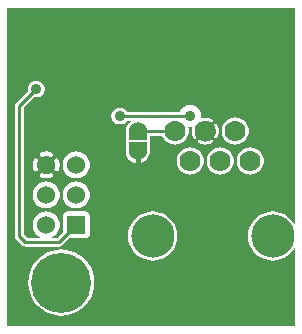
<source format=gbr>
G04 start of page 3 for group 1 idx 1 *
G04 Title: (unknown), bottom *
G04 Creator: pcb 20140316 *
G04 CreationDate: Sat 04 Mar 2017 04:47:27 AM GMT UTC *
G04 For: petersen *
G04 Format: Gerber/RS-274X *
G04 PCB-Dimensions (mil): 1000.00 1100.00 *
G04 PCB-Coordinate-Origin: lower left *
%MOIN*%
%FSLAX25Y25*%
%LNBOTTOM*%
%ADD40C,0.1280*%
%ADD39C,0.0380*%
%ADD38C,0.0300*%
%ADD37C,0.1083*%
%ADD36C,0.0200*%
%ADD35C,0.2000*%
%ADD34C,0.0360*%
%ADD33R,0.0300X0.0300*%
%ADD32C,0.1440*%
%ADD31C,0.0600*%
%ADD30C,0.0700*%
%ADD29C,0.0150*%
%ADD28C,0.0100*%
%ADD27C,0.0001*%
G54D27*G36*
X82993Y28696D02*X83171Y28266D01*
X83846Y27165D01*
X84684Y26184D01*
X85665Y25346D01*
X86766Y24671D01*
X87958Y24177D01*
X89213Y23876D01*
X90500Y23775D01*
X91787Y23876D01*
X93042Y24177D01*
X94234Y24671D01*
X95335Y25346D01*
X96316Y26184D01*
X97154Y27165D01*
X97829Y28266D01*
X98000Y28679D01*
Y2000D01*
X82993D01*
Y28696D01*
G37*
G36*
Y108000D02*X98000D01*
Y35321D01*
X97829Y35734D01*
X97154Y36835D01*
X96316Y37816D01*
X95335Y38654D01*
X94234Y39329D01*
X93042Y39823D01*
X91787Y40124D01*
X90500Y40225D01*
X89213Y40124D01*
X87958Y39823D01*
X86766Y39329D01*
X85665Y38654D01*
X84684Y37816D01*
X83846Y36835D01*
X83171Y35734D01*
X82993Y35304D01*
Y52487D01*
X83000Y52486D01*
X83706Y52542D01*
X84395Y52707D01*
X85049Y52978D01*
X85653Y53348D01*
X86192Y53808D01*
X86652Y54347D01*
X87022Y54951D01*
X87293Y55605D01*
X87458Y56294D01*
X87500Y57000D01*
X87458Y57706D01*
X87293Y58395D01*
X87022Y59049D01*
X86652Y59653D01*
X86192Y60192D01*
X85653Y60652D01*
X85049Y61022D01*
X84395Y61293D01*
X83706Y61458D01*
X83000Y61514D01*
X82993Y61513D01*
Y108000D01*
G37*
G36*
X77993D02*X82993D01*
Y61513D01*
X82294Y61458D01*
X81605Y61293D01*
X80951Y61022D01*
X80347Y60652D01*
X79808Y60192D01*
X79348Y59653D01*
X78978Y59049D01*
X78707Y58395D01*
X78542Y57706D01*
X78486Y57000D01*
X78542Y56294D01*
X78707Y55605D01*
X78978Y54951D01*
X79348Y54347D01*
X79808Y53808D01*
X80347Y53348D01*
X80951Y52978D01*
X81605Y52707D01*
X82294Y52542D01*
X82993Y52487D01*
Y35304D01*
X82677Y34542D01*
X82376Y33287D01*
X82275Y32000D01*
X82376Y30713D01*
X82677Y29458D01*
X82993Y28696D01*
Y2000D01*
X77993D01*
Y62487D01*
X78000Y62486D01*
X78706Y62542D01*
X79395Y62707D01*
X80049Y62978D01*
X80653Y63348D01*
X81192Y63808D01*
X81652Y64347D01*
X82022Y64951D01*
X82293Y65605D01*
X82458Y66294D01*
X82500Y67000D01*
X82458Y67706D01*
X82293Y68395D01*
X82022Y69049D01*
X81652Y69653D01*
X81192Y70192D01*
X80653Y70652D01*
X80049Y71022D01*
X79395Y71293D01*
X78706Y71458D01*
X78000Y71514D01*
X77993Y71513D01*
Y108000D01*
G37*
G36*
X71720D02*X77993D01*
Y71513D01*
X77294Y71458D01*
X76605Y71293D01*
X75951Y71022D01*
X75347Y70652D01*
X74808Y70192D01*
X74348Y69653D01*
X73978Y69049D01*
X73707Y68395D01*
X73542Y67706D01*
X73486Y67000D01*
X73542Y66294D01*
X73707Y65605D01*
X73978Y64951D01*
X74348Y64347D01*
X74808Y63808D01*
X75347Y63348D01*
X75951Y62978D01*
X76605Y62707D01*
X77294Y62542D01*
X77993Y62487D01*
Y2000D01*
X71720D01*
Y52679D01*
X72294Y52542D01*
X73000Y52486D01*
X73706Y52542D01*
X74395Y52707D01*
X75049Y52978D01*
X75653Y53348D01*
X76192Y53808D01*
X76652Y54347D01*
X77022Y54951D01*
X77293Y55605D01*
X77458Y56294D01*
X77500Y57000D01*
X77458Y57706D01*
X77293Y58395D01*
X77022Y59049D01*
X76652Y59653D01*
X76192Y60192D01*
X75653Y60652D01*
X75049Y61022D01*
X74395Y61293D01*
X73706Y61458D01*
X73000Y61514D01*
X72294Y61458D01*
X71720Y61321D01*
Y64544D01*
X71771Y64583D01*
X71826Y64639D01*
X71870Y64704D01*
X72064Y65056D01*
X72221Y65426D01*
X72344Y65809D01*
X72433Y66200D01*
X72487Y66599D01*
X72504Y67000D01*
X72487Y67401D01*
X72433Y67800D01*
X72344Y68191D01*
X72221Y68574D01*
X72064Y68944D01*
X71874Y69298D01*
X71829Y69363D01*
X71774Y69420D01*
X71720Y69460D01*
Y108000D01*
G37*
G36*
X68002D02*X71720D01*
Y69460D01*
X71710Y69468D01*
X71640Y69504D01*
X71565Y69530D01*
X71487Y69544D01*
X71408Y69545D01*
X71329Y69533D01*
X71254Y69510D01*
X71183Y69475D01*
X71118Y69429D01*
X71061Y69374D01*
X71013Y69311D01*
X70976Y69241D01*
X70951Y69166D01*
X70937Y69088D01*
X70936Y69008D01*
X70948Y68930D01*
X70971Y68854D01*
X71007Y68784D01*
X71157Y68510D01*
X71279Y68223D01*
X71375Y67926D01*
X71444Y67621D01*
X71486Y67312D01*
X71500Y67000D01*
X71486Y66688D01*
X71444Y66379D01*
X71375Y66074D01*
X71279Y65777D01*
X71157Y65490D01*
X71010Y65214D01*
X70974Y65145D01*
X70951Y65069D01*
X70940Y64991D01*
X70941Y64913D01*
X70954Y64835D01*
X70980Y64761D01*
X71016Y64691D01*
X71064Y64628D01*
X71120Y64573D01*
X71184Y64528D01*
X71255Y64493D01*
X71330Y64470D01*
X71408Y64459D01*
X71487Y64460D01*
X71564Y64473D01*
X71639Y64499D01*
X71708Y64535D01*
X71720Y64544D01*
Y61321D01*
X71605Y61293D01*
X70951Y61022D01*
X70347Y60652D01*
X69808Y60192D01*
X69348Y59653D01*
X68978Y59049D01*
X68707Y58395D01*
X68542Y57706D01*
X68486Y57000D01*
X68542Y56294D01*
X68707Y55605D01*
X68978Y54951D01*
X69348Y54347D01*
X69808Y53808D01*
X70347Y53348D01*
X70951Y52978D01*
X71605Y52707D01*
X71720Y52679D01*
Y2000D01*
X68002D01*
Y62496D01*
X68401Y62513D01*
X68800Y62567D01*
X69191Y62656D01*
X69574Y62779D01*
X69944Y62936D01*
X70298Y63126D01*
X70363Y63171D01*
X70420Y63226D01*
X70468Y63290D01*
X70504Y63360D01*
X70530Y63435D01*
X70544Y63513D01*
X70545Y63592D01*
X70533Y63671D01*
X70510Y63746D01*
X70475Y63817D01*
X70429Y63882D01*
X70374Y63939D01*
X70311Y63987D01*
X70241Y64024D01*
X70166Y64049D01*
X70088Y64063D01*
X70008Y64064D01*
X69930Y64052D01*
X69854Y64029D01*
X69784Y63993D01*
X69510Y63843D01*
X69223Y63721D01*
X68926Y63625D01*
X68621Y63556D01*
X68312Y63514D01*
X68002Y63500D01*
Y70500D01*
X68312Y70486D01*
X68621Y70444D01*
X68926Y70375D01*
X69223Y70279D01*
X69510Y70157D01*
X69786Y70010D01*
X69855Y69974D01*
X69931Y69951D01*
X70009Y69940D01*
X70087Y69941D01*
X70165Y69954D01*
X70239Y69980D01*
X70309Y70016D01*
X70372Y70064D01*
X70427Y70120D01*
X70472Y70184D01*
X70507Y70255D01*
X70530Y70330D01*
X70541Y70408D01*
X70540Y70487D01*
X70527Y70564D01*
X70501Y70639D01*
X70465Y70708D01*
X70417Y70771D01*
X70361Y70826D01*
X70296Y70870D01*
X69944Y71064D01*
X69574Y71221D01*
X69191Y71344D01*
X68800Y71433D01*
X68401Y71487D01*
X68002Y71504D01*
Y108000D01*
G37*
G36*
Y2000D02*X62993D01*
Y52487D01*
X63000Y52486D01*
X63706Y52542D01*
X64395Y52707D01*
X65049Y52978D01*
X65653Y53348D01*
X66192Y53808D01*
X66652Y54347D01*
X67022Y54951D01*
X67293Y55605D01*
X67458Y56294D01*
X67500Y57000D01*
X67458Y57706D01*
X67293Y58395D01*
X67022Y59049D01*
X66652Y59653D01*
X66192Y60192D01*
X65653Y60652D01*
X65049Y61022D01*
X64395Y61293D01*
X63706Y61458D01*
X63000Y61514D01*
X62993Y61513D01*
Y68289D01*
X63000Y68289D01*
X63581Y68334D01*
X63712Y68366D01*
X63656Y68191D01*
X63567Y67800D01*
X63513Y67401D01*
X63496Y67000D01*
X63513Y66599D01*
X63567Y66200D01*
X63656Y65809D01*
X63779Y65426D01*
X63936Y65056D01*
X64126Y64702D01*
X64171Y64637D01*
X64226Y64580D01*
X64290Y64532D01*
X64360Y64496D01*
X64435Y64470D01*
X64513Y64456D01*
X64592Y64455D01*
X64671Y64467D01*
X64746Y64490D01*
X64817Y64525D01*
X64882Y64571D01*
X64939Y64626D01*
X64987Y64689D01*
X65024Y64759D01*
X65049Y64834D01*
X65063Y64912D01*
X65064Y64992D01*
X65052Y65070D01*
X65029Y65146D01*
X64993Y65216D01*
X64843Y65490D01*
X64721Y65777D01*
X64625Y66074D01*
X64556Y66379D01*
X64514Y66688D01*
X64500Y67000D01*
X64514Y67312D01*
X64556Y67621D01*
X64625Y67926D01*
X64721Y68223D01*
X64843Y68510D01*
X64990Y68786D01*
X65026Y68855D01*
X65044Y68913D01*
X65182Y68997D01*
X65624Y69376D01*
X66003Y69818D01*
X66084Y69952D01*
X66146Y69971D01*
X66216Y70007D01*
X66490Y70157D01*
X66777Y70279D01*
X67074Y70375D01*
X67379Y70444D01*
X67688Y70486D01*
X68000Y70500D01*
X68002Y70500D01*
Y63500D01*
X68000Y63500D01*
X67688Y63514D01*
X67379Y63556D01*
X67074Y63625D01*
X66777Y63721D01*
X66490Y63843D01*
X66214Y63990D01*
X66145Y64026D01*
X66069Y64049D01*
X65991Y64060D01*
X65913Y64059D01*
X65835Y64046D01*
X65761Y64020D01*
X65691Y63984D01*
X65628Y63936D01*
X65573Y63880D01*
X65528Y63816D01*
X65493Y63745D01*
X65470Y63670D01*
X65459Y63592D01*
X65460Y63513D01*
X65473Y63436D01*
X65499Y63361D01*
X65535Y63292D01*
X65583Y63229D01*
X65639Y63174D01*
X65704Y63130D01*
X66056Y62936D01*
X66426Y62779D01*
X66809Y62656D01*
X67200Y62567D01*
X67599Y62513D01*
X68000Y62496D01*
X68002Y62496D01*
Y2000D01*
G37*
G36*
X62993Y108000D02*X68002D01*
Y71504D01*
X68000Y71504D01*
X67599Y71487D01*
X67200Y71433D01*
X66809Y71344D01*
X66634Y71288D01*
X66666Y71419D01*
X66700Y72000D01*
X66666Y72581D01*
X66530Y73147D01*
X66307Y73685D01*
X66003Y74182D01*
X65624Y74624D01*
X65182Y75003D01*
X64685Y75307D01*
X64147Y75530D01*
X63581Y75666D01*
X63000Y75711D01*
X62993Y75711D01*
Y108000D01*
G37*
G36*
Y2000D02*X53616D01*
Y24415D01*
X54234Y24671D01*
X55335Y25346D01*
X56316Y26184D01*
X57154Y27165D01*
X57829Y28266D01*
X58323Y29458D01*
X58624Y30713D01*
X58700Y32000D01*
X58624Y33287D01*
X58323Y34542D01*
X57829Y35734D01*
X57154Y36835D01*
X56316Y37816D01*
X55335Y38654D01*
X54234Y39329D01*
X53616Y39585D01*
Y65500D01*
X53751D01*
X53978Y64951D01*
X54348Y64347D01*
X54808Y63808D01*
X55347Y63348D01*
X55951Y62978D01*
X56605Y62707D01*
X57294Y62542D01*
X58000Y62486D01*
X58706Y62542D01*
X59395Y62707D01*
X60049Y62978D01*
X60653Y63348D01*
X61192Y63808D01*
X61652Y64347D01*
X62022Y64951D01*
X62293Y65605D01*
X62458Y66294D01*
X62500Y67000D01*
X62458Y67706D01*
X62301Y68363D01*
X62419Y68334D01*
X62993Y68289D01*
Y61513D01*
X62294Y61458D01*
X61605Y61293D01*
X60951Y61022D01*
X60347Y60652D01*
X59808Y60192D01*
X59348Y59653D01*
X58978Y59049D01*
X58707Y58395D01*
X58542Y57706D01*
X58486Y57000D01*
X58542Y56294D01*
X58707Y55605D01*
X58978Y54951D01*
X59348Y54347D01*
X59808Y53808D01*
X60347Y53348D01*
X60951Y52978D01*
X61605Y52707D01*
X62294Y52542D01*
X62993Y52487D01*
Y2000D01*
G37*
G36*
X53616Y108000D02*X62993D01*
Y75711D01*
X62419Y75666D01*
X61853Y75530D01*
X61315Y75307D01*
X60818Y75003D01*
X60376Y74624D01*
X59997Y74182D01*
X59693Y73685D01*
X59616Y73500D01*
X53616D01*
Y108000D01*
G37*
G36*
X24993D02*X53616D01*
Y73500D01*
X41865D01*
X41772Y73651D01*
X41486Y73986D01*
X41151Y74272D01*
X40775Y74503D01*
X40368Y74671D01*
X39939Y74774D01*
X39500Y74809D01*
X39061Y74774D01*
X38632Y74671D01*
X38225Y74503D01*
X37849Y74272D01*
X37514Y73986D01*
X37228Y73651D01*
X36997Y73275D01*
X36829Y72868D01*
X36726Y72439D01*
X36691Y72000D01*
X36726Y71561D01*
X36829Y71132D01*
X36997Y70725D01*
X37228Y70349D01*
X37514Y70014D01*
X37849Y69728D01*
X38225Y69497D01*
X38632Y69329D01*
X39061Y69226D01*
X39500Y69191D01*
X39939Y69226D01*
X40368Y69329D01*
X40775Y69497D01*
X41151Y69728D01*
X41486Y70014D01*
X41772Y70349D01*
X41865Y70500D01*
X43556D01*
X43142Y70246D01*
X42663Y69837D01*
X42254Y69358D01*
X41925Y68822D01*
X41684Y68240D01*
X41537Y67628D01*
X41488Y67000D01*
X41500Y66837D01*
X41509Y63843D01*
X41546Y63690D01*
X41583Y63600D01*
X41546Y63510D01*
X41509Y63357D01*
X41500Y63200D01*
X41508Y60459D01*
X41488Y60200D01*
X41537Y59572D01*
X41684Y58960D01*
X41925Y58378D01*
X42254Y57842D01*
X42663Y57363D01*
X43142Y56954D01*
X43678Y56625D01*
X44260Y56384D01*
X44872Y56237D01*
X45500Y56188D01*
X46128Y56237D01*
X46740Y56384D01*
X47322Y56625D01*
X47858Y56954D01*
X48337Y57363D01*
X48746Y57842D01*
X49075Y58378D01*
X49316Y58960D01*
X49463Y59572D01*
X49491Y60043D01*
X49491Y60043D01*
X49500Y60200D01*
X49491Y63357D01*
X49454Y63510D01*
X49417Y63600D01*
X49454Y63690D01*
X49491Y63843D01*
X49500Y64000D01*
X49496Y65500D01*
X53616D01*
Y39585D01*
X53042Y39823D01*
X51787Y40124D01*
X50500Y40225D01*
X49213Y40124D01*
X47958Y39823D01*
X46766Y39329D01*
X45665Y38654D01*
X44684Y37816D01*
X43846Y36835D01*
X43171Y35734D01*
X42677Y34542D01*
X42376Y33287D01*
X42275Y32000D01*
X42376Y30713D01*
X42677Y29458D01*
X43171Y28266D01*
X43846Y27165D01*
X44684Y26184D01*
X45665Y25346D01*
X46766Y24671D01*
X47958Y24177D01*
X49213Y23876D01*
X50500Y23775D01*
X51787Y23876D01*
X53042Y24177D01*
X53616Y24415D01*
Y2000D01*
X24993D01*
Y6662D01*
X25009Y6669D01*
X26486Y7573D01*
X27802Y8698D01*
X28927Y10014D01*
X29831Y11491D01*
X30494Y13090D01*
X30898Y14774D01*
X31000Y16500D01*
X30898Y18226D01*
X30494Y19910D01*
X29831Y21509D01*
X28927Y22986D01*
X27802Y24302D01*
X26486Y25427D01*
X25009Y26331D01*
X24993Y26338D01*
Y31207D01*
X28235Y31214D01*
X28465Y31269D01*
X28683Y31359D01*
X28884Y31483D01*
X29064Y31636D01*
X29217Y31816D01*
X29341Y32017D01*
X29431Y32235D01*
X29486Y32465D01*
X29500Y32700D01*
X29486Y38935D01*
X29431Y39165D01*
X29341Y39383D01*
X29217Y39584D01*
X29064Y39764D01*
X28884Y39917D01*
X28683Y40041D01*
X28465Y40131D01*
X28235Y40186D01*
X28000Y40200D01*
X24993Y40193D01*
Y41187D01*
X25000Y41186D01*
X25706Y41242D01*
X26395Y41407D01*
X27049Y41678D01*
X27653Y42048D01*
X28192Y42508D01*
X28652Y43047D01*
X29022Y43651D01*
X29293Y44305D01*
X29458Y44994D01*
X29500Y45700D01*
X29458Y46406D01*
X29293Y47095D01*
X29022Y47749D01*
X28652Y48353D01*
X28192Y48892D01*
X27653Y49352D01*
X27049Y49722D01*
X26395Y49993D01*
X25706Y50158D01*
X25000Y50214D01*
X24993Y50213D01*
Y51187D01*
X25000Y51186D01*
X25706Y51242D01*
X26395Y51407D01*
X27049Y51678D01*
X27653Y52048D01*
X28192Y52508D01*
X28652Y53047D01*
X29022Y53651D01*
X29293Y54305D01*
X29458Y54994D01*
X29500Y55700D01*
X29458Y56406D01*
X29293Y57095D01*
X29022Y57749D01*
X28652Y58353D01*
X28192Y58892D01*
X27653Y59352D01*
X27049Y59722D01*
X26395Y59993D01*
X25706Y60158D01*
X25000Y60214D01*
X24993Y60213D01*
Y108000D01*
G37*
G36*
Y26338D02*X23410Y26994D01*
X21726Y27398D01*
X20000Y27534D01*
X18274Y27398D01*
X16998Y27092D01*
Y28500D01*
X19241D01*
X19300Y28495D01*
X19535Y28514D01*
X19535Y28514D01*
X19765Y28569D01*
X19983Y28659D01*
X20184Y28783D01*
X20364Y28936D01*
X20402Y28981D01*
X22623Y31201D01*
X24993Y31207D01*
Y26338D01*
G37*
G36*
Y2000D02*X16998D01*
Y5908D01*
X18274Y5602D01*
X20000Y5466D01*
X21726Y5602D01*
X23410Y6006D01*
X24993Y6662D01*
Y2000D01*
G37*
G36*
X18613Y108000D02*X24993D01*
Y60213D01*
X24294Y60158D01*
X23605Y59993D01*
X22951Y59722D01*
X22347Y59352D01*
X21808Y58892D01*
X21348Y58353D01*
X20978Y57749D01*
X20707Y57095D01*
X20542Y56406D01*
X20486Y55700D01*
X20542Y54994D01*
X20707Y54305D01*
X20978Y53651D01*
X21348Y53047D01*
X21808Y52508D01*
X22347Y52048D01*
X22951Y51678D01*
X23605Y51407D01*
X24294Y51242D01*
X24993Y51187D01*
Y50213D01*
X24294Y50158D01*
X23605Y49993D01*
X22951Y49722D01*
X22347Y49352D01*
X21808Y48892D01*
X21348Y48353D01*
X20978Y47749D01*
X20707Y47095D01*
X20542Y46406D01*
X20486Y45700D01*
X20542Y44994D01*
X20707Y44305D01*
X20978Y43651D01*
X21348Y43047D01*
X21808Y42508D01*
X22347Y42048D01*
X22951Y41678D01*
X23605Y41407D01*
X24294Y41242D01*
X24993Y41187D01*
Y40193D01*
X21765Y40186D01*
X21535Y40131D01*
X21317Y40041D01*
X21116Y39917D01*
X20936Y39764D01*
X20783Y39584D01*
X20659Y39383D01*
X20569Y39165D01*
X20514Y38935D01*
X20500Y38700D01*
X20512Y33333D01*
X18679Y31500D01*
X18613D01*
Y33002D01*
X18652Y33047D01*
X19022Y33651D01*
X19293Y34305D01*
X19458Y34994D01*
X19500Y35700D01*
X19458Y36406D01*
X19293Y37095D01*
X19022Y37749D01*
X18652Y38353D01*
X18613Y38398D01*
Y43002D01*
X18652Y43047D01*
X19022Y43651D01*
X19293Y44305D01*
X19458Y44994D01*
X19500Y45700D01*
X19458Y46406D01*
X19293Y47095D01*
X19022Y47749D01*
X18652Y48353D01*
X18613Y48398D01*
Y53553D01*
X18656Y53560D01*
X18768Y53597D01*
X18873Y53652D01*
X18968Y53722D01*
X19051Y53806D01*
X19119Y53902D01*
X19170Y54008D01*
X19318Y54416D01*
X19422Y54837D01*
X19484Y55267D01*
X19505Y55700D01*
X19484Y56133D01*
X19422Y56563D01*
X19318Y56984D01*
X19175Y57394D01*
X19122Y57500D01*
X19053Y57596D01*
X18970Y57681D01*
X18875Y57751D01*
X18769Y57806D01*
X18657Y57843D01*
X18613Y57851D01*
Y108000D01*
G37*
G36*
Y38398D02*X18192Y38892D01*
X17653Y39352D01*
X17049Y39722D01*
X16998Y39743D01*
Y41657D01*
X17049Y41678D01*
X17653Y42048D01*
X18192Y42508D01*
X18613Y43002D01*
Y38398D01*
G37*
G36*
Y31500D02*X16998D01*
Y31657D01*
X17049Y31678D01*
X17653Y32048D01*
X18192Y32508D01*
X18613Y33002D01*
Y31500D01*
G37*
G36*
X16998Y108000D02*X18613D01*
Y57851D01*
X18540Y57863D01*
X18421Y57864D01*
X18304Y57846D01*
X18191Y57810D01*
X18085Y57757D01*
X17988Y57688D01*
X17904Y57605D01*
X17833Y57509D01*
X17779Y57404D01*
X17741Y57292D01*
X17722Y57175D01*
X17721Y57056D01*
X17739Y56939D01*
X17777Y56826D01*
X17876Y56555D01*
X17944Y56275D01*
X17986Y55989D01*
X18000Y55700D01*
X17986Y55411D01*
X17944Y55125D01*
X17876Y54845D01*
X17780Y54572D01*
X17742Y54461D01*
X17725Y54344D01*
X17725Y54226D01*
X17745Y54109D01*
X17782Y53997D01*
X17836Y53893D01*
X17906Y53798D01*
X17991Y53715D01*
X18087Y53646D01*
X18192Y53593D01*
X18305Y53557D01*
X18421Y53540D01*
X18539Y53541D01*
X18613Y53553D01*
Y48398D01*
X18192Y48892D01*
X17653Y49352D01*
X17049Y49722D01*
X16998Y49743D01*
Y51753D01*
X17051Y51825D01*
X17106Y51931D01*
X17143Y52043D01*
X17163Y52160D01*
X17164Y52279D01*
X17146Y52396D01*
X17110Y52509D01*
X17057Y52615D01*
X16998Y52698D01*
Y58708D01*
X17054Y58787D01*
X17107Y58892D01*
X17143Y59005D01*
X17160Y59121D01*
X17159Y59239D01*
X17140Y59356D01*
X17103Y59468D01*
X17048Y59573D01*
X16998Y59641D01*
Y108000D01*
G37*
G36*
Y31500D02*X16619D01*
X16998Y31657D01*
Y31500D01*
G37*
G36*
X11387Y9647D02*X12198Y8698D01*
X13514Y7573D01*
X14991Y6669D01*
X16590Y6006D01*
X16998Y5908D01*
Y2000D01*
X11387D01*
Y9647D01*
G37*
G36*
Y28500D02*X16998D01*
Y27092D01*
X16590Y26994D01*
X14991Y26331D01*
X13514Y25427D01*
X12198Y24302D01*
X11387Y23353D01*
Y28500D01*
G37*
G36*
Y33002D02*X11808Y32508D01*
X12347Y32048D01*
X12951Y31678D01*
X13381Y31500D01*
X11387D01*
Y33002D01*
G37*
G36*
Y43002D02*X11808Y42508D01*
X12347Y42048D01*
X12951Y41678D01*
X13605Y41407D01*
X14294Y41242D01*
X15000Y41186D01*
X15706Y41242D01*
X16395Y41407D01*
X16998Y41657D01*
Y39743D01*
X16395Y39993D01*
X15706Y40158D01*
X15000Y40214D01*
X14294Y40158D01*
X13605Y39993D01*
X12951Y39722D01*
X12347Y39352D01*
X11808Y38892D01*
X11387Y38398D01*
Y43002D01*
G37*
G36*
Y108000D02*X16998D01*
Y59641D01*
X16978Y59668D01*
X16894Y59751D01*
X16798Y59819D01*
X16692Y59870D01*
X16284Y60018D01*
X15863Y60122D01*
X15433Y60184D01*
X15000Y60205D01*
X14567Y60184D01*
X14137Y60122D01*
X13716Y60018D01*
X13306Y59875D01*
X13200Y59822D01*
X13104Y59753D01*
X13019Y59670D01*
X12949Y59575D01*
X12894Y59469D01*
X12857Y59357D01*
X12837Y59240D01*
X12836Y59121D01*
X12854Y59004D01*
X12890Y58891D01*
X12943Y58785D01*
X13012Y58688D01*
X13095Y58604D01*
X13191Y58533D01*
X13296Y58479D01*
X13408Y58441D01*
X13525Y58422D01*
X13644Y58421D01*
X13761Y58439D01*
X13874Y58477D01*
X14145Y58576D01*
X14425Y58644D01*
X14711Y58686D01*
X15000Y58700D01*
X15289Y58686D01*
X15575Y58644D01*
X15855Y58576D01*
X16128Y58480D01*
X16239Y58442D01*
X16356Y58425D01*
X16474Y58425D01*
X16591Y58445D01*
X16703Y58482D01*
X16807Y58536D01*
X16902Y58606D01*
X16985Y58691D01*
X16998Y58708D01*
Y52698D01*
X16988Y52712D01*
X16905Y52796D01*
X16809Y52867D01*
X16704Y52921D01*
X16592Y52959D01*
X16475Y52978D01*
X16356Y52979D01*
X16239Y52961D01*
X16126Y52923D01*
X15855Y52824D01*
X15575Y52756D01*
X15289Y52714D01*
X15000Y52700D01*
X14711Y52714D01*
X14425Y52756D01*
X14145Y52824D01*
X13872Y52920D01*
X13761Y52958D01*
X13644Y52975D01*
X13526Y52975D01*
X13409Y52955D01*
X13297Y52918D01*
X13193Y52864D01*
X13098Y52794D01*
X13015Y52709D01*
X12946Y52613D01*
X12893Y52508D01*
X12857Y52395D01*
X12840Y52279D01*
X12841Y52161D01*
X12860Y52044D01*
X12897Y51932D01*
X12952Y51827D01*
X13022Y51732D01*
X13106Y51649D01*
X13202Y51581D01*
X13308Y51530D01*
X13716Y51382D01*
X14137Y51278D01*
X14567Y51216D01*
X15000Y51195D01*
X15433Y51216D01*
X15863Y51278D01*
X16284Y51382D01*
X16694Y51525D01*
X16800Y51578D01*
X16896Y51647D01*
X16981Y51730D01*
X16998Y51753D01*
Y49743D01*
X16395Y49993D01*
X15706Y50158D01*
X15000Y50214D01*
X14294Y50158D01*
X13605Y49993D01*
X12951Y49722D01*
X12347Y49352D01*
X11808Y48892D01*
X11387Y48398D01*
Y53549D01*
X11460Y53537D01*
X11579Y53536D01*
X11696Y53554D01*
X11809Y53590D01*
X11915Y53643D01*
X12012Y53712D01*
X12096Y53795D01*
X12167Y53891D01*
X12221Y53996D01*
X12259Y54108D01*
X12278Y54225D01*
X12279Y54344D01*
X12261Y54461D01*
X12223Y54574D01*
X12124Y54845D01*
X12056Y55125D01*
X12014Y55411D01*
X12000Y55700D01*
X12014Y55989D01*
X12056Y56275D01*
X12124Y56555D01*
X12220Y56828D01*
X12258Y56939D01*
X12275Y57056D01*
X12275Y57174D01*
X12255Y57291D01*
X12218Y57403D01*
X12164Y57507D01*
X12094Y57602D01*
X12009Y57685D01*
X11913Y57754D01*
X11808Y57807D01*
X11695Y57843D01*
X11579Y57860D01*
X11461Y57859D01*
X11387Y57847D01*
Y78212D01*
X11652Y78191D01*
X12091Y78226D01*
X12520Y78329D01*
X12927Y78497D01*
X13303Y78728D01*
X13638Y79014D01*
X13924Y79349D01*
X14155Y79725D01*
X14323Y80132D01*
X14426Y80561D01*
X14452Y81000D01*
X14426Y81439D01*
X14323Y81868D01*
X14155Y82275D01*
X13924Y82651D01*
X13638Y82986D01*
X13303Y83272D01*
X12927Y83503D01*
X12520Y83671D01*
X12091Y83774D01*
X11652Y83809D01*
X11387Y83788D01*
Y108000D01*
G37*
G36*
Y48398D02*X11348Y48353D01*
X10978Y47749D01*
X10707Y47095D01*
X10542Y46406D01*
X10486Y45700D01*
X10542Y44994D01*
X10707Y44305D01*
X10978Y43651D01*
X11348Y43047D01*
X11387Y43002D01*
Y38398D01*
X11348Y38353D01*
X10978Y37749D01*
X10707Y37095D01*
X10542Y36406D01*
X10486Y35700D01*
X10542Y34994D01*
X10707Y34305D01*
X10978Y33651D01*
X11348Y33047D01*
X11387Y33002D01*
Y31500D01*
X8621D01*
X7500Y32621D01*
Y74727D01*
X11041Y78267D01*
X11213Y78226D01*
X11387Y78212D01*
Y57847D01*
X11344Y57840D01*
X11232Y57803D01*
X11127Y57748D01*
X11032Y57678D01*
X10949Y57594D01*
X10881Y57498D01*
X10830Y57392D01*
X10682Y56984D01*
X10578Y56563D01*
X10516Y56133D01*
X10495Y55700D01*
X10516Y55267D01*
X10578Y54837D01*
X10682Y54416D01*
X10825Y54006D01*
X10878Y53900D01*
X10947Y53804D01*
X11030Y53719D01*
X11125Y53649D01*
X11231Y53594D01*
X11343Y53557D01*
X11387Y53549D01*
Y48398D01*
G37*
G36*
X2000Y108000D02*X11387D01*
Y83788D01*
X11213Y83774D01*
X10784Y83671D01*
X10377Y83503D01*
X10001Y83272D01*
X9666Y82986D01*
X9380Y82651D01*
X9149Y82275D01*
X8981Y81868D01*
X8878Y81439D01*
X8843Y81000D01*
X8878Y80561D01*
X8919Y80389D01*
X4981Y76450D01*
X4936Y76412D01*
X4783Y76232D01*
X4659Y76031D01*
X4569Y75813D01*
X4514Y75583D01*
X4514Y75583D01*
X4495Y75348D01*
X4500Y75289D01*
Y32059D01*
X4495Y32000D01*
X4514Y31765D01*
X4569Y31535D01*
X4659Y31317D01*
X4783Y31116D01*
X4936Y30936D01*
X4981Y30898D01*
X6898Y28981D01*
X6936Y28936D01*
X7115Y28783D01*
X7116Y28783D01*
X7317Y28659D01*
X7535Y28569D01*
X7765Y28514D01*
X8000Y28495D01*
X8059Y28500D01*
X11387D01*
Y23353D01*
X11073Y22986D01*
X10169Y21509D01*
X9506Y19910D01*
X9102Y18226D01*
X8966Y16500D01*
X9102Y14774D01*
X9506Y13090D01*
X10169Y11491D01*
X11073Y10014D01*
X11387Y9647D01*
Y2000D01*
X2000D01*
Y108000D01*
G37*
G54D28*X11652Y81000D02*X6000Y75348D01*
X58000Y67000D02*X45500D01*
G54D29*Y60200D02*Y51500D01*
G54D28*X25000Y35700D02*X19300Y30000D01*
X8000D01*
X6000Y32000D01*
Y75348D01*
X39500Y72000D02*X63000D01*
G54D30*X58000Y67000D03*
G54D27*G36*
X22000Y38700D02*Y32700D01*
X28000D01*
Y38700D01*
X22000D01*
G37*
G54D31*X25000Y45700D03*
Y55700D03*
X15000Y35700D03*
Y45700D03*
Y55700D03*
G54D30*X63000Y57000D03*
G54D32*X50500Y32000D03*
G54D30*X68000Y67000D03*
X73000Y57000D03*
X83000D03*
G54D32*X90500Y32000D03*
G54D30*X78000Y67000D03*
G54D31*X45500D03*
G54D33*X44000Y65500D02*X47000D01*
G54D31*X45500Y60200D03*
G54D33*X44000Y61700D02*X47000D01*
G54D34*X33000Y91500D03*
X37500D03*
X44000D03*
X11652Y81000D03*
X63000Y72000D03*
X39500D03*
G54D35*X20000Y16500D03*
G54D36*G54D37*G54D38*G54D39*G54D38*G54D40*G54D38*G54D40*G54D38*M02*

</source>
